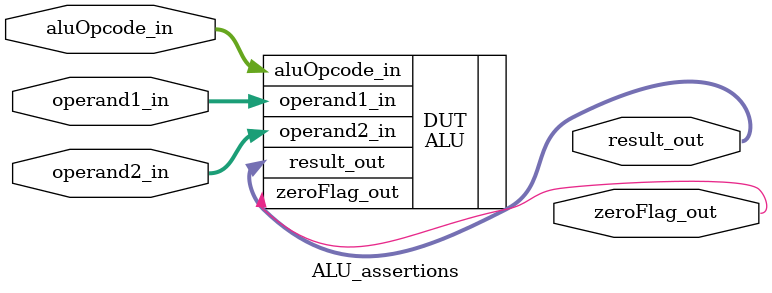
<source format=sv>
module ALU_assertions(
    input logic [63:0] operand1_in,
    input logic [63:0] operand2_in,
    input logic [2:0] aluOpcode_in,
    output logic [63:0] result_out,
    output logic zeroFlag_out
);

// instantiate DUT
ALU DUT (.operand1_in, .operand2_in, .aluOpcode_in, .result_out, .zeroFlag_out);

// Check for addition
always_comb begin
    if (aluOpcode_in == 3'b111) begin
        assert (result_out == operand1_in + operand2_in);
    end
end

// Check for subtraction
always_comb begin
    if (aluOpcode_in == 3'b000) begin
        assert (result_out == operand1_in - operand2_in);
    end
end

// Check for bitwise AND
always_comb begin
    if (aluOpcode_in == 3'b001) begin
        assert (result_out == (operand1_in & operand2_in));
    end
end

// Check for bitwise OR
always_comb begin
    if (aluOpcode_in == 3'b011) begin
        assert (result_out == (operand1_in | operand2_in));
    end
end

// Check for Zero Flag
always_comb begin
    if (result_out == 64'b0) begin
        assert (zeroFlag_out == 1'b1);
    end
end

endmodule

</source>
